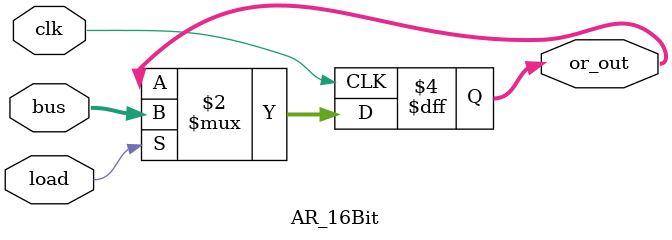
<source format=v>
module AR_16Bit (
    input clk,                  // Clock signal
    input load,                 // Load signal
    input [15:0] bus,           // 16-bit internal bus
    output reg [15:0] or_out    // 16-bit Output Register output
);

    // Register to hold the 16-bit output value
    always @(negedge clk) begin
        if (load) begin
            or_out <= bus;      // Load the entire 16 bits from the bus into the output register
        end
    end

endmodule
</source>
